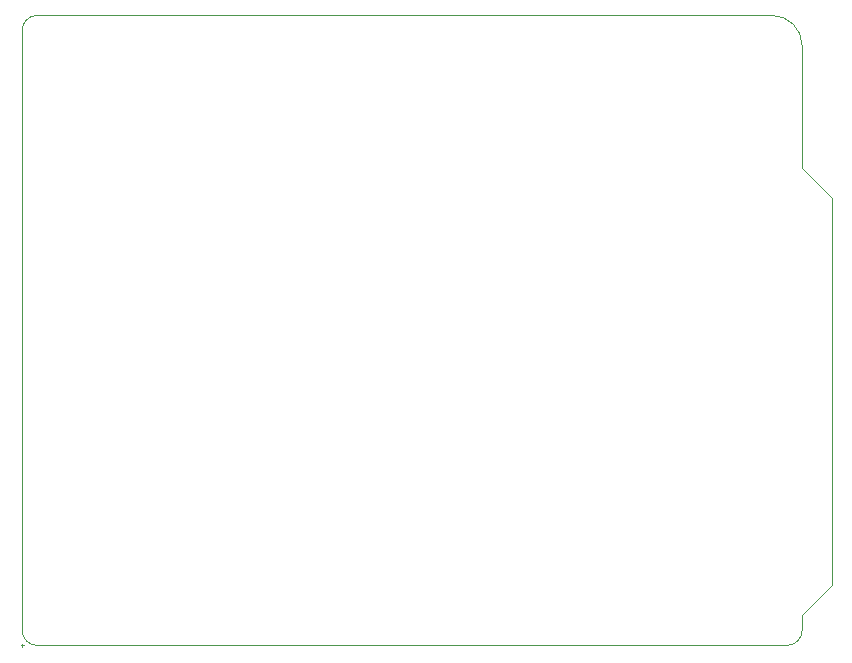
<source format=gbr>
%TF.GenerationSoftware,KiCad,Pcbnew,7.0.7*%
%TF.CreationDate,2023-10-02T21:51:04-04:00*%
%TF.ProjectId,sensor_interface_1.1.0,73656e73-6f72-45f6-996e-746572666163,rev?*%
%TF.SameCoordinates,Original*%
%TF.FileFunction,Profile,NP*%
%FSLAX46Y46*%
G04 Gerber Fmt 4.6, Leading zero omitted, Abs format (unit mm)*
G04 Created by KiCad (PCBNEW 7.0.7) date 2023-10-02 21:51:04*
%MOMM*%
%LPD*%
G01*
G04 APERTURE LIST*
%TA.AperFunction,Profile*%
%ADD10C,0.025400*%
%TD*%
%TA.AperFunction,Profile*%
%ADD11C,0.050000*%
%TD*%
G04 APERTURE END LIST*
D10*
X114280750Y-130333950D02*
G75*
G03*
X115550750Y-131603950I1269950J-50D01*
G01*
D11*
X114280750Y-131476950D02*
X114280750Y-131730950D01*
D10*
X115550750Y-78263950D02*
G75*
G03*
X114280750Y-79533950I-50J-1269950D01*
G01*
X179050750Y-131603950D02*
G75*
G03*
X180320750Y-130333950I50J1269950D01*
G01*
X182860750Y-93757950D02*
X180320750Y-91217950D01*
X180320750Y-91217950D02*
X180320750Y-80803950D01*
X180320750Y-129063950D02*
X180320750Y-130333950D01*
X180320750Y-80803950D02*
G75*
G03*
X177780750Y-78263950I-2540050J-50D01*
G01*
D11*
X114153750Y-131603950D02*
X114407750Y-131603950D01*
D10*
X182860750Y-93757950D02*
X182860750Y-126523950D01*
X177780750Y-78263950D02*
X115550750Y-78263950D01*
X179050750Y-131603950D02*
G75*
G03*
X180320750Y-130333950I50J1269950D01*
G01*
X115550750Y-131603950D02*
X179050750Y-131603950D01*
X114280750Y-130333950D02*
G75*
G03*
X115550750Y-131603950I1269950J-50D01*
G01*
X179050750Y-131603950D02*
G75*
G03*
X180320750Y-130333950I50J1269950D01*
G01*
X114280750Y-79533950D02*
X114280750Y-130333950D01*
X180320750Y-129063950D02*
X182860750Y-126523950D01*
X180320750Y-80803950D02*
G75*
G03*
X177780750Y-78263950I-2540050J-50D01*
G01*
X180320750Y-80803950D02*
G75*
G03*
X177780750Y-78263950I-2540050J-50D01*
G01*
X114280750Y-130333950D02*
G75*
G03*
X115550750Y-131603950I1269950J-50D01*
G01*
X179050750Y-131603950D02*
G75*
G03*
X180320750Y-130333950I50J1269950D01*
G01*
X115550750Y-78263950D02*
G75*
G03*
X114280750Y-79533950I-50J-1269950D01*
G01*
X114280750Y-130333950D02*
G75*
G03*
X115550750Y-131603950I1269950J-50D01*
G01*
X115550750Y-78263950D02*
G75*
G03*
X114280750Y-79533950I-50J-1269950D01*
G01*
M02*

</source>
